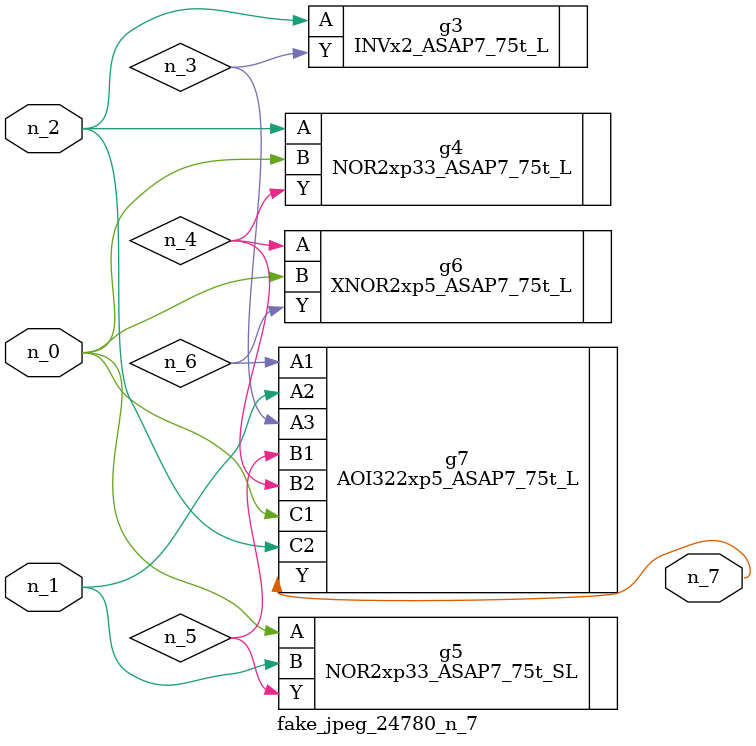
<source format=v>
module fake_jpeg_24780_n_7 (n_0, n_2, n_1, n_7);

input n_0;
input n_2;
input n_1;

output n_7;

wire n_3;
wire n_4;
wire n_6;
wire n_5;

INVx2_ASAP7_75t_L g3 ( 
.A(n_2),
.Y(n_3)
);

NOR2xp33_ASAP7_75t_L g4 ( 
.A(n_2),
.B(n_0),
.Y(n_4)
);

NOR2xp33_ASAP7_75t_SL g5 ( 
.A(n_0),
.B(n_1),
.Y(n_5)
);

XNOR2xp5_ASAP7_75t_L g6 ( 
.A(n_4),
.B(n_0),
.Y(n_6)
);

AOI322xp5_ASAP7_75t_L g7 ( 
.A1(n_6),
.A2(n_1),
.A3(n_3),
.B1(n_5),
.B2(n_4),
.C1(n_0),
.C2(n_2),
.Y(n_7)
);


endmodule
</source>
